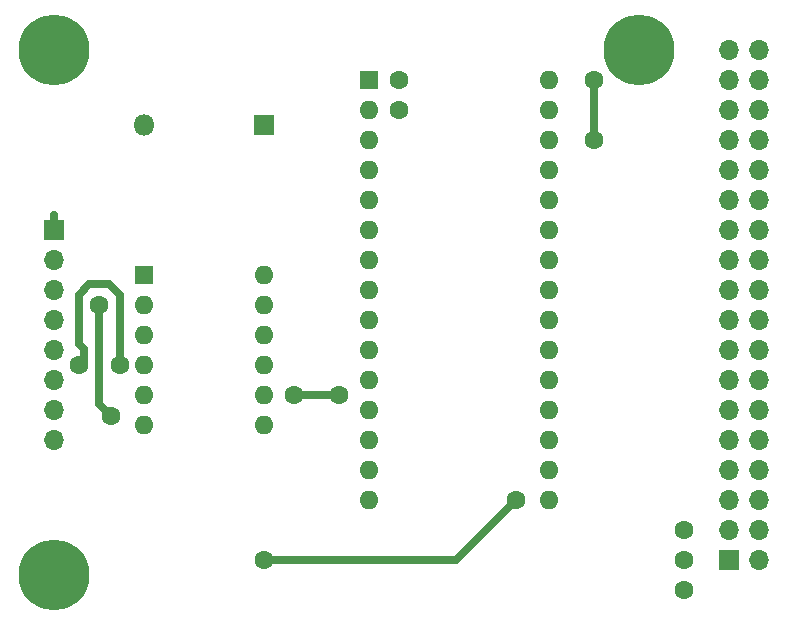
<source format=gbr>
G04 #@! TF.GenerationSoftware,KiCad,Pcbnew,(5.1.4)-1*
G04 #@! TF.CreationDate,2019-12-28T16:53:48+02:00*
G04 #@! TF.ProjectId,arduino-fanatec-pcb,61726475-696e-46f2-9d66-616e61746563,rev?*
G04 #@! TF.SameCoordinates,Original*
G04 #@! TF.FileFunction,Copper,L1,Top*
G04 #@! TF.FilePolarity,Positive*
%FSLAX46Y46*%
G04 Gerber Fmt 4.6, Leading zero omitted, Abs format (unit mm)*
G04 Created by KiCad (PCBNEW (5.1.4)-1) date 2019-12-28 16:53:48*
%MOMM*%
%LPD*%
G04 APERTURE LIST*
%ADD10O,1.600000X1.600000*%
%ADD11R,1.600000X1.600000*%
%ADD12C,6.000000*%
%ADD13O,1.800000X1.800000*%
%ADD14R,1.800000X1.800000*%
%ADD15O,1.700000X1.700000*%
%ADD16R,1.700000X1.700000*%
%ADD17C,1.600000*%
%ADD18C,0.700000*%
G04 APERTURE END LIST*
D10*
X77470000Y-86360000D03*
X67310000Y-99060000D03*
X77470000Y-88900000D03*
X67310000Y-96520000D03*
X77470000Y-91440000D03*
X67310000Y-93980000D03*
X77470000Y-93980000D03*
X67310000Y-91440000D03*
X77470000Y-96520000D03*
X67310000Y-88900000D03*
X77470000Y-99060000D03*
D11*
X67310000Y-86360000D03*
D12*
X109220000Y-67310000D03*
X59690000Y-111760000D03*
X59690000Y-67310000D03*
D10*
X101600000Y-105410000D03*
X86360000Y-105410000D03*
X101600000Y-69850000D03*
X86360000Y-102870000D03*
X101600000Y-72390000D03*
X86360000Y-100330000D03*
X101600000Y-74930000D03*
X86360000Y-97790000D03*
X101600000Y-77470000D03*
X86360000Y-95250000D03*
X101600000Y-80010000D03*
X86360000Y-92710000D03*
X101600000Y-82550000D03*
X86360000Y-90170000D03*
X101600000Y-85090000D03*
X86360000Y-87630000D03*
X101600000Y-87630000D03*
X86360000Y-85090000D03*
X101600000Y-90170000D03*
X86360000Y-82550000D03*
X101600000Y-92710000D03*
X86360000Y-80010000D03*
X101600000Y-95250000D03*
X86360000Y-77470000D03*
X101600000Y-97790000D03*
X86360000Y-74930000D03*
X101600000Y-100330000D03*
X86360000Y-72390000D03*
X101600000Y-102870000D03*
D11*
X86360000Y-69850000D03*
D13*
X67310000Y-73660000D03*
D14*
X77470000Y-73660000D03*
D15*
X119380000Y-67310000D03*
X116840000Y-67310000D03*
X119380000Y-69850000D03*
X116840000Y-69850000D03*
X119380000Y-72390000D03*
X116840000Y-72390000D03*
X119380000Y-74930000D03*
X116840000Y-74930000D03*
X119380000Y-77470000D03*
X116840000Y-77470000D03*
X119380000Y-80010000D03*
X116840000Y-80010000D03*
X119380000Y-82550000D03*
X116840000Y-82550000D03*
X119380000Y-85090000D03*
X116840000Y-85090000D03*
X119380000Y-87630000D03*
X116840000Y-87630000D03*
X119380000Y-90170000D03*
X116840000Y-90170000D03*
X119380000Y-92710000D03*
X116840000Y-92710000D03*
X119380000Y-95250000D03*
X116840000Y-95250000D03*
X119380000Y-97790000D03*
X116840000Y-97790000D03*
X119380000Y-100330000D03*
X116840000Y-100330000D03*
X119380000Y-102870000D03*
X116840000Y-102870000D03*
X119380000Y-105410000D03*
X116840000Y-105410000D03*
X119380000Y-107950000D03*
X116840000Y-107950000D03*
X119380000Y-110490000D03*
D16*
X116840000Y-110490000D03*
D15*
X59690000Y-100330000D03*
X59690000Y-97790000D03*
X59690000Y-95250000D03*
X59690000Y-92710000D03*
X59690000Y-90170000D03*
X59690000Y-87630000D03*
X59690000Y-85090000D03*
D16*
X59690000Y-82550000D03*
D17*
X98806000Y-105410000D03*
X77470000Y-110490000D03*
X83820000Y-96520000D03*
X80010000Y-96520000D03*
X105410000Y-74930000D03*
X105410000Y-69850000D03*
X113030000Y-110490000D03*
X88900000Y-69850000D03*
X61750000Y-93980000D03*
X65250000Y-93980000D03*
X64476878Y-98286878D03*
X63500000Y-88900000D03*
X113030000Y-113030000D03*
X88900000Y-72390000D03*
X113031397Y-107951397D03*
D18*
X98806000Y-105410000D02*
X93726000Y-110490000D01*
X93726000Y-110490000D02*
X77470000Y-110490000D01*
X83820000Y-96520000D02*
X80010000Y-96520000D01*
X105410000Y-74930000D02*
X105410000Y-69850000D01*
X59690000Y-82550000D02*
X59690000Y-81280000D01*
X64340001Y-87149999D02*
X62659999Y-87149999D01*
X61749999Y-88059999D02*
X61749999Y-92229999D01*
X61749999Y-92229999D02*
X62199990Y-92679990D01*
X62199990Y-93530010D02*
X61750000Y-93980000D01*
X65250000Y-88059998D02*
X64340001Y-87149999D01*
X65250000Y-93980000D02*
X65250000Y-88059998D01*
X62199990Y-92679990D02*
X62199990Y-93530010D01*
X62659999Y-87149999D02*
X61749999Y-88059999D01*
X64476878Y-98286878D02*
X63500000Y-97310000D01*
X63500000Y-97310000D02*
X63500000Y-88900000D01*
M02*

</source>
